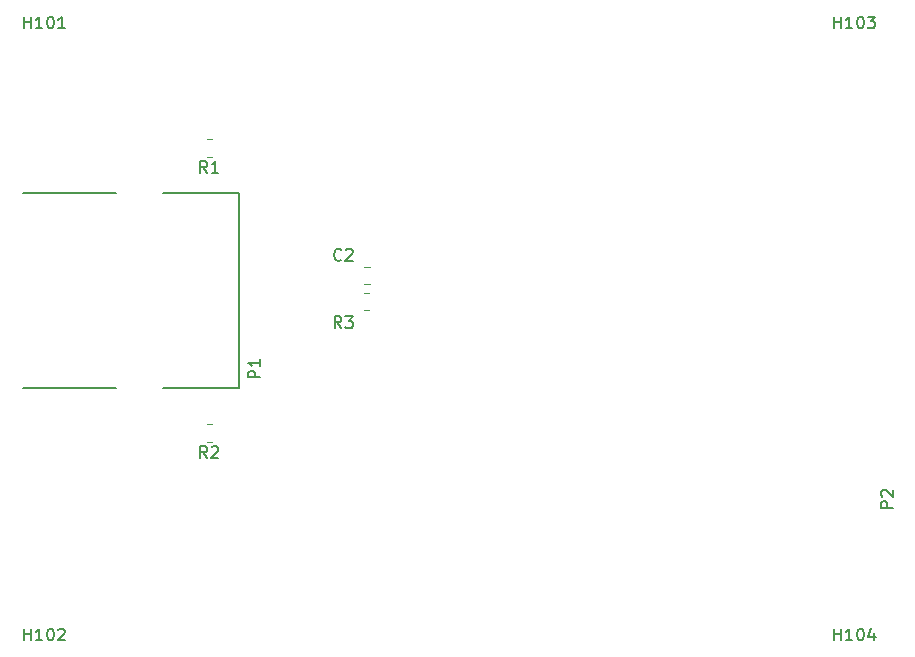
<source format=gbr>
%TF.GenerationSoftware,KiCad,Pcbnew,7.0.2*%
%TF.CreationDate,2024-05-18T17:34:20+02:00*%
%TF.ProjectId,dsoxlan,64736f78-6c61-46e2-9e6b-696361645f70,rev?*%
%TF.SameCoordinates,Original*%
%TF.FileFunction,Legend,Top*%
%TF.FilePolarity,Positive*%
%FSLAX46Y46*%
G04 Gerber Fmt 4.6, Leading zero omitted, Abs format (unit mm)*
G04 Created by KiCad (PCBNEW 7.0.2) date 2024-05-18 17:34:20*
%MOMM*%
%LPD*%
G01*
G04 APERTURE LIST*
%ADD10C,0.150000*%
%ADD11C,0.120000*%
G04 APERTURE END LIST*
D10*
%TO.C,P1*%
X133862619Y-88638094D02*
X132862619Y-88638094D01*
X132862619Y-88638094D02*
X132862619Y-88257142D01*
X132862619Y-88257142D02*
X132910238Y-88161904D01*
X132910238Y-88161904D02*
X132957857Y-88114285D01*
X132957857Y-88114285D02*
X133053095Y-88066666D01*
X133053095Y-88066666D02*
X133195952Y-88066666D01*
X133195952Y-88066666D02*
X133291190Y-88114285D01*
X133291190Y-88114285D02*
X133338809Y-88161904D01*
X133338809Y-88161904D02*
X133386428Y-88257142D01*
X133386428Y-88257142D02*
X133386428Y-88638094D01*
X133862619Y-87114285D02*
X133862619Y-87685713D01*
X133862619Y-87399999D02*
X132862619Y-87399999D01*
X132862619Y-87399999D02*
X133005476Y-87495237D01*
X133005476Y-87495237D02*
X133100714Y-87590475D01*
X133100714Y-87590475D02*
X133148333Y-87685713D01*
%TO.C,P2*%
X187416619Y-99688094D02*
X186416619Y-99688094D01*
X186416619Y-99688094D02*
X186416619Y-99307142D01*
X186416619Y-99307142D02*
X186464238Y-99211904D01*
X186464238Y-99211904D02*
X186511857Y-99164285D01*
X186511857Y-99164285D02*
X186607095Y-99116666D01*
X186607095Y-99116666D02*
X186749952Y-99116666D01*
X186749952Y-99116666D02*
X186845190Y-99164285D01*
X186845190Y-99164285D02*
X186892809Y-99211904D01*
X186892809Y-99211904D02*
X186940428Y-99307142D01*
X186940428Y-99307142D02*
X186940428Y-99688094D01*
X186511857Y-98735713D02*
X186464238Y-98688094D01*
X186464238Y-98688094D02*
X186416619Y-98592856D01*
X186416619Y-98592856D02*
X186416619Y-98354761D01*
X186416619Y-98354761D02*
X186464238Y-98259523D01*
X186464238Y-98259523D02*
X186511857Y-98211904D01*
X186511857Y-98211904D02*
X186607095Y-98164285D01*
X186607095Y-98164285D02*
X186702333Y-98164285D01*
X186702333Y-98164285D02*
X186845190Y-98211904D01*
X186845190Y-98211904D02*
X187416619Y-98783332D01*
X187416619Y-98783332D02*
X187416619Y-98164285D01*
%TO.C,H104*%
X182435714Y-110912619D02*
X182435714Y-109912619D01*
X182435714Y-110388809D02*
X183007142Y-110388809D01*
X183007142Y-110912619D02*
X183007142Y-109912619D01*
X184007142Y-110912619D02*
X183435714Y-110912619D01*
X183721428Y-110912619D02*
X183721428Y-109912619D01*
X183721428Y-109912619D02*
X183626190Y-110055476D01*
X183626190Y-110055476D02*
X183530952Y-110150714D01*
X183530952Y-110150714D02*
X183435714Y-110198333D01*
X184626190Y-109912619D02*
X184721428Y-109912619D01*
X184721428Y-109912619D02*
X184816666Y-109960238D01*
X184816666Y-109960238D02*
X184864285Y-110007857D01*
X184864285Y-110007857D02*
X184911904Y-110103095D01*
X184911904Y-110103095D02*
X184959523Y-110293571D01*
X184959523Y-110293571D02*
X184959523Y-110531666D01*
X184959523Y-110531666D02*
X184911904Y-110722142D01*
X184911904Y-110722142D02*
X184864285Y-110817380D01*
X184864285Y-110817380D02*
X184816666Y-110865000D01*
X184816666Y-110865000D02*
X184721428Y-110912619D01*
X184721428Y-110912619D02*
X184626190Y-110912619D01*
X184626190Y-110912619D02*
X184530952Y-110865000D01*
X184530952Y-110865000D02*
X184483333Y-110817380D01*
X184483333Y-110817380D02*
X184435714Y-110722142D01*
X184435714Y-110722142D02*
X184388095Y-110531666D01*
X184388095Y-110531666D02*
X184388095Y-110293571D01*
X184388095Y-110293571D02*
X184435714Y-110103095D01*
X184435714Y-110103095D02*
X184483333Y-110007857D01*
X184483333Y-110007857D02*
X184530952Y-109960238D01*
X184530952Y-109960238D02*
X184626190Y-109912619D01*
X185816666Y-110245952D02*
X185816666Y-110912619D01*
X185578571Y-109865000D02*
X185340476Y-110579285D01*
X185340476Y-110579285D02*
X185959523Y-110579285D01*
%TO.C,H103*%
X182435714Y-59096619D02*
X182435714Y-58096619D01*
X182435714Y-58572809D02*
X183007142Y-58572809D01*
X183007142Y-59096619D02*
X183007142Y-58096619D01*
X184007142Y-59096619D02*
X183435714Y-59096619D01*
X183721428Y-59096619D02*
X183721428Y-58096619D01*
X183721428Y-58096619D02*
X183626190Y-58239476D01*
X183626190Y-58239476D02*
X183530952Y-58334714D01*
X183530952Y-58334714D02*
X183435714Y-58382333D01*
X184626190Y-58096619D02*
X184721428Y-58096619D01*
X184721428Y-58096619D02*
X184816666Y-58144238D01*
X184816666Y-58144238D02*
X184864285Y-58191857D01*
X184864285Y-58191857D02*
X184911904Y-58287095D01*
X184911904Y-58287095D02*
X184959523Y-58477571D01*
X184959523Y-58477571D02*
X184959523Y-58715666D01*
X184959523Y-58715666D02*
X184911904Y-58906142D01*
X184911904Y-58906142D02*
X184864285Y-59001380D01*
X184864285Y-59001380D02*
X184816666Y-59049000D01*
X184816666Y-59049000D02*
X184721428Y-59096619D01*
X184721428Y-59096619D02*
X184626190Y-59096619D01*
X184626190Y-59096619D02*
X184530952Y-59049000D01*
X184530952Y-59049000D02*
X184483333Y-59001380D01*
X184483333Y-59001380D02*
X184435714Y-58906142D01*
X184435714Y-58906142D02*
X184388095Y-58715666D01*
X184388095Y-58715666D02*
X184388095Y-58477571D01*
X184388095Y-58477571D02*
X184435714Y-58287095D01*
X184435714Y-58287095D02*
X184483333Y-58191857D01*
X184483333Y-58191857D02*
X184530952Y-58144238D01*
X184530952Y-58144238D02*
X184626190Y-58096619D01*
X185292857Y-58096619D02*
X185911904Y-58096619D01*
X185911904Y-58096619D02*
X185578571Y-58477571D01*
X185578571Y-58477571D02*
X185721428Y-58477571D01*
X185721428Y-58477571D02*
X185816666Y-58525190D01*
X185816666Y-58525190D02*
X185864285Y-58572809D01*
X185864285Y-58572809D02*
X185911904Y-58668047D01*
X185911904Y-58668047D02*
X185911904Y-58906142D01*
X185911904Y-58906142D02*
X185864285Y-59001380D01*
X185864285Y-59001380D02*
X185816666Y-59049000D01*
X185816666Y-59049000D02*
X185721428Y-59096619D01*
X185721428Y-59096619D02*
X185435714Y-59096619D01*
X185435714Y-59096619D02*
X185340476Y-59049000D01*
X185340476Y-59049000D02*
X185292857Y-59001380D01*
%TO.C,H102*%
X113855714Y-110912619D02*
X113855714Y-109912619D01*
X113855714Y-110388809D02*
X114427142Y-110388809D01*
X114427142Y-110912619D02*
X114427142Y-109912619D01*
X115427142Y-110912619D02*
X114855714Y-110912619D01*
X115141428Y-110912619D02*
X115141428Y-109912619D01*
X115141428Y-109912619D02*
X115046190Y-110055476D01*
X115046190Y-110055476D02*
X114950952Y-110150714D01*
X114950952Y-110150714D02*
X114855714Y-110198333D01*
X116046190Y-109912619D02*
X116141428Y-109912619D01*
X116141428Y-109912619D02*
X116236666Y-109960238D01*
X116236666Y-109960238D02*
X116284285Y-110007857D01*
X116284285Y-110007857D02*
X116331904Y-110103095D01*
X116331904Y-110103095D02*
X116379523Y-110293571D01*
X116379523Y-110293571D02*
X116379523Y-110531666D01*
X116379523Y-110531666D02*
X116331904Y-110722142D01*
X116331904Y-110722142D02*
X116284285Y-110817380D01*
X116284285Y-110817380D02*
X116236666Y-110865000D01*
X116236666Y-110865000D02*
X116141428Y-110912619D01*
X116141428Y-110912619D02*
X116046190Y-110912619D01*
X116046190Y-110912619D02*
X115950952Y-110865000D01*
X115950952Y-110865000D02*
X115903333Y-110817380D01*
X115903333Y-110817380D02*
X115855714Y-110722142D01*
X115855714Y-110722142D02*
X115808095Y-110531666D01*
X115808095Y-110531666D02*
X115808095Y-110293571D01*
X115808095Y-110293571D02*
X115855714Y-110103095D01*
X115855714Y-110103095D02*
X115903333Y-110007857D01*
X115903333Y-110007857D02*
X115950952Y-109960238D01*
X115950952Y-109960238D02*
X116046190Y-109912619D01*
X116760476Y-110007857D02*
X116808095Y-109960238D01*
X116808095Y-109960238D02*
X116903333Y-109912619D01*
X116903333Y-109912619D02*
X117141428Y-109912619D01*
X117141428Y-109912619D02*
X117236666Y-109960238D01*
X117236666Y-109960238D02*
X117284285Y-110007857D01*
X117284285Y-110007857D02*
X117331904Y-110103095D01*
X117331904Y-110103095D02*
X117331904Y-110198333D01*
X117331904Y-110198333D02*
X117284285Y-110341190D01*
X117284285Y-110341190D02*
X116712857Y-110912619D01*
X116712857Y-110912619D02*
X117331904Y-110912619D01*
%TO.C,H101*%
X113855714Y-59096619D02*
X113855714Y-58096619D01*
X113855714Y-58572809D02*
X114427142Y-58572809D01*
X114427142Y-59096619D02*
X114427142Y-58096619D01*
X115427142Y-59096619D02*
X114855714Y-59096619D01*
X115141428Y-59096619D02*
X115141428Y-58096619D01*
X115141428Y-58096619D02*
X115046190Y-58239476D01*
X115046190Y-58239476D02*
X114950952Y-58334714D01*
X114950952Y-58334714D02*
X114855714Y-58382333D01*
X116046190Y-58096619D02*
X116141428Y-58096619D01*
X116141428Y-58096619D02*
X116236666Y-58144238D01*
X116236666Y-58144238D02*
X116284285Y-58191857D01*
X116284285Y-58191857D02*
X116331904Y-58287095D01*
X116331904Y-58287095D02*
X116379523Y-58477571D01*
X116379523Y-58477571D02*
X116379523Y-58715666D01*
X116379523Y-58715666D02*
X116331904Y-58906142D01*
X116331904Y-58906142D02*
X116284285Y-59001380D01*
X116284285Y-59001380D02*
X116236666Y-59049000D01*
X116236666Y-59049000D02*
X116141428Y-59096619D01*
X116141428Y-59096619D02*
X116046190Y-59096619D01*
X116046190Y-59096619D02*
X115950952Y-59049000D01*
X115950952Y-59049000D02*
X115903333Y-59001380D01*
X115903333Y-59001380D02*
X115855714Y-58906142D01*
X115855714Y-58906142D02*
X115808095Y-58715666D01*
X115808095Y-58715666D02*
X115808095Y-58477571D01*
X115808095Y-58477571D02*
X115855714Y-58287095D01*
X115855714Y-58287095D02*
X115903333Y-58191857D01*
X115903333Y-58191857D02*
X115950952Y-58144238D01*
X115950952Y-58144238D02*
X116046190Y-58096619D01*
X117331904Y-59096619D02*
X116760476Y-59096619D01*
X117046190Y-59096619D02*
X117046190Y-58096619D01*
X117046190Y-58096619D02*
X116950952Y-58239476D01*
X116950952Y-58239476D02*
X116855714Y-58334714D01*
X116855714Y-58334714D02*
X116760476Y-58382333D01*
%TO.C,C2*%
X140733333Y-78667380D02*
X140685714Y-78715000D01*
X140685714Y-78715000D02*
X140542857Y-78762619D01*
X140542857Y-78762619D02*
X140447619Y-78762619D01*
X140447619Y-78762619D02*
X140304762Y-78715000D01*
X140304762Y-78715000D02*
X140209524Y-78619761D01*
X140209524Y-78619761D02*
X140161905Y-78524523D01*
X140161905Y-78524523D02*
X140114286Y-78334047D01*
X140114286Y-78334047D02*
X140114286Y-78191190D01*
X140114286Y-78191190D02*
X140161905Y-78000714D01*
X140161905Y-78000714D02*
X140209524Y-77905476D01*
X140209524Y-77905476D02*
X140304762Y-77810238D01*
X140304762Y-77810238D02*
X140447619Y-77762619D01*
X140447619Y-77762619D02*
X140542857Y-77762619D01*
X140542857Y-77762619D02*
X140685714Y-77810238D01*
X140685714Y-77810238D02*
X140733333Y-77857857D01*
X141114286Y-77857857D02*
X141161905Y-77810238D01*
X141161905Y-77810238D02*
X141257143Y-77762619D01*
X141257143Y-77762619D02*
X141495238Y-77762619D01*
X141495238Y-77762619D02*
X141590476Y-77810238D01*
X141590476Y-77810238D02*
X141638095Y-77857857D01*
X141638095Y-77857857D02*
X141685714Y-77953095D01*
X141685714Y-77953095D02*
X141685714Y-78048333D01*
X141685714Y-78048333D02*
X141638095Y-78191190D01*
X141638095Y-78191190D02*
X141066667Y-78762619D01*
X141066667Y-78762619D02*
X141685714Y-78762619D01*
%TO.C,R1*%
X129373333Y-71327619D02*
X129040000Y-70851428D01*
X128801905Y-71327619D02*
X128801905Y-70327619D01*
X128801905Y-70327619D02*
X129182857Y-70327619D01*
X129182857Y-70327619D02*
X129278095Y-70375238D01*
X129278095Y-70375238D02*
X129325714Y-70422857D01*
X129325714Y-70422857D02*
X129373333Y-70518095D01*
X129373333Y-70518095D02*
X129373333Y-70660952D01*
X129373333Y-70660952D02*
X129325714Y-70756190D01*
X129325714Y-70756190D02*
X129278095Y-70803809D01*
X129278095Y-70803809D02*
X129182857Y-70851428D01*
X129182857Y-70851428D02*
X128801905Y-70851428D01*
X130325714Y-71327619D02*
X129754286Y-71327619D01*
X130040000Y-71327619D02*
X130040000Y-70327619D01*
X130040000Y-70327619D02*
X129944762Y-70470476D01*
X129944762Y-70470476D02*
X129849524Y-70565714D01*
X129849524Y-70565714D02*
X129754286Y-70613333D01*
%TO.C,R2*%
X129373333Y-95457619D02*
X129040000Y-94981428D01*
X128801905Y-95457619D02*
X128801905Y-94457619D01*
X128801905Y-94457619D02*
X129182857Y-94457619D01*
X129182857Y-94457619D02*
X129278095Y-94505238D01*
X129278095Y-94505238D02*
X129325714Y-94552857D01*
X129325714Y-94552857D02*
X129373333Y-94648095D01*
X129373333Y-94648095D02*
X129373333Y-94790952D01*
X129373333Y-94790952D02*
X129325714Y-94886190D01*
X129325714Y-94886190D02*
X129278095Y-94933809D01*
X129278095Y-94933809D02*
X129182857Y-94981428D01*
X129182857Y-94981428D02*
X128801905Y-94981428D01*
X129754286Y-94552857D02*
X129801905Y-94505238D01*
X129801905Y-94505238D02*
X129897143Y-94457619D01*
X129897143Y-94457619D02*
X130135238Y-94457619D01*
X130135238Y-94457619D02*
X130230476Y-94505238D01*
X130230476Y-94505238D02*
X130278095Y-94552857D01*
X130278095Y-94552857D02*
X130325714Y-94648095D01*
X130325714Y-94648095D02*
X130325714Y-94743333D01*
X130325714Y-94743333D02*
X130278095Y-94886190D01*
X130278095Y-94886190D02*
X129706667Y-95457619D01*
X129706667Y-95457619D02*
X130325714Y-95457619D01*
%TO.C,R3*%
X140733333Y-84462619D02*
X140400000Y-83986428D01*
X140161905Y-84462619D02*
X140161905Y-83462619D01*
X140161905Y-83462619D02*
X140542857Y-83462619D01*
X140542857Y-83462619D02*
X140638095Y-83510238D01*
X140638095Y-83510238D02*
X140685714Y-83557857D01*
X140685714Y-83557857D02*
X140733333Y-83653095D01*
X140733333Y-83653095D02*
X140733333Y-83795952D01*
X140733333Y-83795952D02*
X140685714Y-83891190D01*
X140685714Y-83891190D02*
X140638095Y-83938809D01*
X140638095Y-83938809D02*
X140542857Y-83986428D01*
X140542857Y-83986428D02*
X140161905Y-83986428D01*
X141066667Y-83462619D02*
X141685714Y-83462619D01*
X141685714Y-83462619D02*
X141352381Y-83843571D01*
X141352381Y-83843571D02*
X141495238Y-83843571D01*
X141495238Y-83843571D02*
X141590476Y-83891190D01*
X141590476Y-83891190D02*
X141638095Y-83938809D01*
X141638095Y-83938809D02*
X141685714Y-84034047D01*
X141685714Y-84034047D02*
X141685714Y-84272142D01*
X141685714Y-84272142D02*
X141638095Y-84367380D01*
X141638095Y-84367380D02*
X141590476Y-84415000D01*
X141590476Y-84415000D02*
X141495238Y-84462619D01*
X141495238Y-84462619D02*
X141209524Y-84462619D01*
X141209524Y-84462619D02*
X141114286Y-84415000D01*
X141114286Y-84415000D02*
X141066667Y-84367380D01*
%TO.C,P1*%
X132080000Y-73025000D02*
X125650000Y-73025000D01*
X121650000Y-73025000D02*
X113750000Y-73025000D01*
X132080000Y-89535000D02*
X132080000Y-73025000D01*
X125650000Y-89535000D02*
X132080000Y-89535000D01*
X113750000Y-89535000D02*
X121650000Y-89535000D01*
D11*
%TO.C,C2*%
X143136252Y-80745000D02*
X142613748Y-80745000D01*
X143136252Y-79275000D02*
X142613748Y-79275000D01*
%TO.C,R1*%
X129767064Y-69950000D02*
X129312936Y-69950000D01*
X129767064Y-68480000D02*
X129312936Y-68480000D01*
%TO.C,R2*%
X129767064Y-94080000D02*
X129312936Y-94080000D01*
X129767064Y-92610000D02*
X129312936Y-92610000D01*
%TO.C,R3*%
X143102064Y-82935000D02*
X142647936Y-82935000D01*
X143102064Y-81465000D02*
X142647936Y-81465000D01*
%TD*%
M02*

</source>
